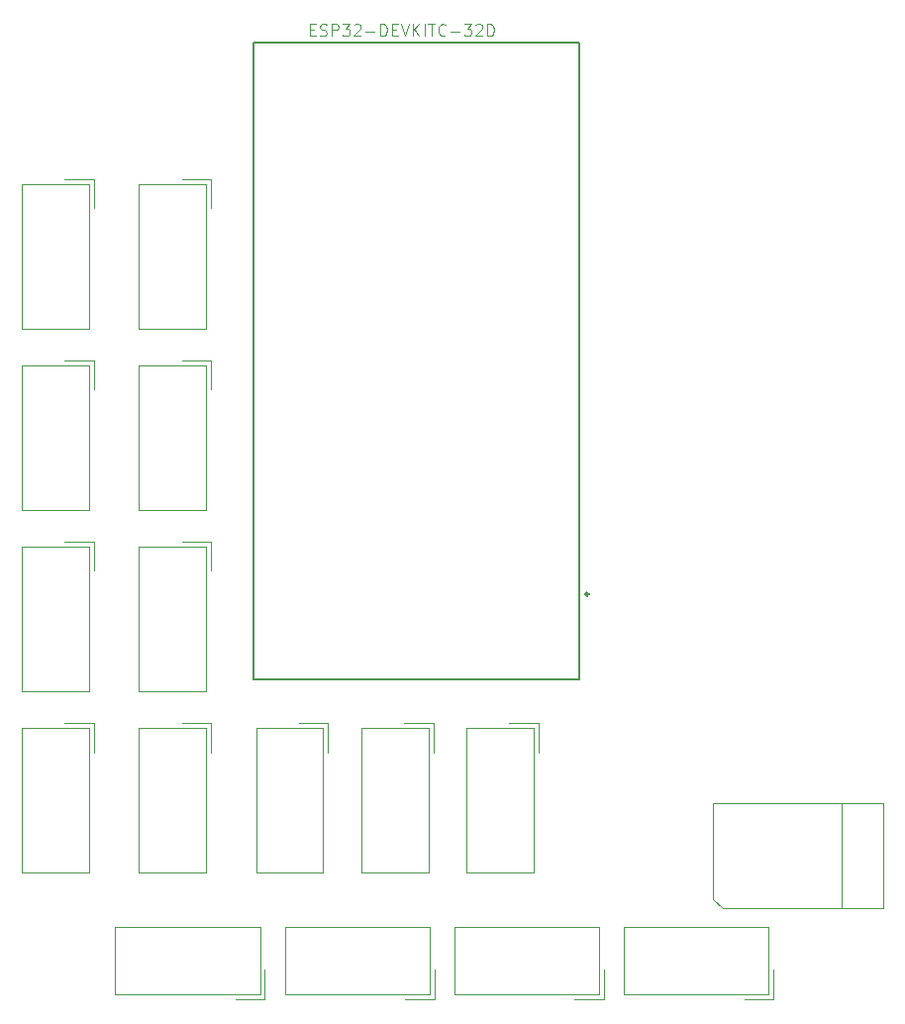
<source format=gbr>
G04 #@! TF.GenerationSoftware,KiCad,Pcbnew,(5.1.4)-1*
G04 #@! TF.CreationDate,2020-06-29T14:36:56+03:00*
G04 #@! TF.ProjectId,beehive,62656568-6976-4652-9e6b-696361645f70,rev?*
G04 #@! TF.SameCoordinates,Original*
G04 #@! TF.FileFunction,Other,Fab,Top*
%FSLAX46Y46*%
G04 Gerber Fmt 4.6, Leading zero omitted, Abs format (unit mm)*
G04 Created by KiCad (PCBNEW (5.1.4)-1) date 2020-06-29 14:36:56*
%MOMM*%
%LPD*%
G04 APERTURE LIST*
%ADD10C,0.280000*%
%ADD11C,0.127000*%
%ADD12C,0.100000*%
%ADD13C,0.015000*%
%ADD14C,0.150000*%
G04 APERTURE END LIST*
D10*
X185540000Y-109140000D02*
G75*
G03X185540000Y-109140000I-140000J0D01*
G01*
X185540000Y-109140000D02*
G75*
G03X185540000Y-109140000I-140000J0D01*
G01*
D11*
X184750000Y-61990000D02*
X184750000Y-116390000D01*
X156850000Y-61990000D02*
X184750000Y-61990000D01*
X156850000Y-116390000D02*
X156850000Y-61990000D01*
X184750000Y-116390000D02*
X156850000Y-116390000D01*
D12*
X143250000Y-89150000D02*
X140750000Y-89150000D01*
X143250000Y-91650000D02*
X143250000Y-89150000D01*
X142850000Y-101950000D02*
X142850000Y-89550000D01*
X137100000Y-101950000D02*
X142850000Y-101950000D01*
X137100000Y-89550000D02*
X137100000Y-101950000D01*
X142850000Y-89550000D02*
X137100000Y-89550000D01*
X153250000Y-73650000D02*
X150750000Y-73650000D01*
X153250000Y-76150000D02*
X153250000Y-73650000D01*
X152850000Y-86450000D02*
X152850000Y-74050000D01*
X147100000Y-86450000D02*
X152850000Y-86450000D01*
X147100000Y-74050000D02*
X147100000Y-86450000D01*
X152850000Y-74050000D02*
X147100000Y-74050000D01*
X143250000Y-73650000D02*
X140750000Y-73650000D01*
X143250000Y-76150000D02*
X143250000Y-73650000D01*
X142850000Y-86450000D02*
X142850000Y-74050000D01*
X137100000Y-86450000D02*
X142850000Y-86450000D01*
X137100000Y-74050000D02*
X137100000Y-86450000D01*
X142850000Y-74050000D02*
X137100000Y-74050000D01*
X143250000Y-104650000D02*
X140750000Y-104650000D01*
X143250000Y-107150000D02*
X143250000Y-104650000D01*
X142850000Y-117450000D02*
X142850000Y-105050000D01*
X137100000Y-117450000D02*
X142850000Y-117450000D01*
X137100000Y-105050000D02*
X137100000Y-117450000D01*
X142850000Y-105050000D02*
X137100000Y-105050000D01*
X186850000Y-143750000D02*
X186850000Y-141250000D01*
X184350000Y-143750000D02*
X186850000Y-143750000D01*
X174050000Y-143350000D02*
X186450000Y-143350000D01*
X174050000Y-137600000D02*
X174050000Y-143350000D01*
X186450000Y-137600000D02*
X174050000Y-137600000D01*
X186450000Y-143350000D02*
X186450000Y-137600000D01*
X157850000Y-143750000D02*
X157850000Y-141250000D01*
X155350000Y-143750000D02*
X157850000Y-143750000D01*
X145050000Y-143350000D02*
X157450000Y-143350000D01*
X145050000Y-137600000D02*
X145050000Y-143350000D01*
X157450000Y-137600000D02*
X145050000Y-137600000D01*
X157450000Y-143350000D02*
X157450000Y-137600000D01*
X200950000Y-143350000D02*
X200950000Y-137600000D01*
X200950000Y-137600000D02*
X188550000Y-137600000D01*
X188550000Y-137600000D02*
X188550000Y-143350000D01*
X188550000Y-143350000D02*
X200950000Y-143350000D01*
X198850000Y-143750000D02*
X201350000Y-143750000D01*
X201350000Y-143750000D02*
X201350000Y-141250000D01*
X172350000Y-143750000D02*
X172350000Y-141250000D01*
X169850000Y-143750000D02*
X172350000Y-143750000D01*
X159550000Y-143350000D02*
X171950000Y-143350000D01*
X159550000Y-137600000D02*
X159550000Y-143350000D01*
X171950000Y-137600000D02*
X159550000Y-137600000D01*
X171950000Y-143350000D02*
X171950000Y-137600000D01*
X181250000Y-120150000D02*
X178750000Y-120150000D01*
X181250000Y-122650000D02*
X181250000Y-120150000D01*
X180850000Y-132950000D02*
X180850000Y-120550000D01*
X175100000Y-132950000D02*
X180850000Y-132950000D01*
X175100000Y-120550000D02*
X175100000Y-132950000D01*
X180850000Y-120550000D02*
X175100000Y-120550000D01*
X172250000Y-120150000D02*
X169750000Y-120150000D01*
X172250000Y-122650000D02*
X172250000Y-120150000D01*
X171850000Y-132950000D02*
X171850000Y-120550000D01*
X166100000Y-132950000D02*
X171850000Y-132950000D01*
X166100000Y-120550000D02*
X166100000Y-132950000D01*
X171850000Y-120550000D02*
X166100000Y-120550000D01*
X163250000Y-120150000D02*
X160750000Y-120150000D01*
X163250000Y-122650000D02*
X163250000Y-120150000D01*
X162850000Y-132950000D02*
X162850000Y-120550000D01*
X157100000Y-132950000D02*
X162850000Y-132950000D01*
X157100000Y-120550000D02*
X157100000Y-132950000D01*
X162850000Y-120550000D02*
X157100000Y-120550000D01*
X153250000Y-120150000D02*
X150750000Y-120150000D01*
X153250000Y-122650000D02*
X153250000Y-120150000D01*
X152850000Y-132950000D02*
X152850000Y-120550000D01*
X147100000Y-132950000D02*
X152850000Y-132950000D01*
X147100000Y-120550000D02*
X147100000Y-132950000D01*
X152850000Y-120550000D02*
X147100000Y-120550000D01*
X143250000Y-120150000D02*
X140750000Y-120150000D01*
X143250000Y-122650000D02*
X143250000Y-120150000D01*
X142850000Y-132950000D02*
X142850000Y-120550000D01*
X137100000Y-132950000D02*
X142850000Y-132950000D01*
X137100000Y-120550000D02*
X137100000Y-132950000D01*
X142850000Y-120550000D02*
X137100000Y-120550000D01*
X153250000Y-104650000D02*
X150750000Y-104650000D01*
X153250000Y-107150000D02*
X153250000Y-104650000D01*
X152850000Y-117450000D02*
X152850000Y-105050000D01*
X147100000Y-117450000D02*
X152850000Y-117450000D01*
X147100000Y-105050000D02*
X147100000Y-117450000D01*
X152850000Y-105050000D02*
X147100000Y-105050000D01*
X153250000Y-89150000D02*
X150750000Y-89150000D01*
X153250000Y-91650000D02*
X153250000Y-89150000D01*
X152850000Y-101950000D02*
X152850000Y-89550000D01*
X147100000Y-101950000D02*
X152850000Y-101950000D01*
X147100000Y-89550000D02*
X147100000Y-101950000D01*
X152850000Y-89550000D02*
X147100000Y-89550000D01*
X197000000Y-136000000D02*
X210700000Y-136000000D01*
X196200000Y-127000000D02*
X196200000Y-135250000D01*
X210700000Y-127000000D02*
X196200000Y-127000000D01*
X210700000Y-136000000D02*
X210700000Y-127000000D01*
X207200000Y-136000000D02*
X207200000Y-127000000D01*
X197003213Y-136005425D02*
X196200000Y-135250000D01*
D13*
X161717105Y-60873961D02*
X162050787Y-60873961D01*
X162193794Y-61398319D02*
X161717105Y-61398319D01*
X161717105Y-60397272D01*
X162193794Y-60397272D01*
X162575145Y-61350650D02*
X162718152Y-61398319D01*
X162956496Y-61398319D01*
X163051834Y-61350650D01*
X163099503Y-61302981D01*
X163147172Y-61207643D01*
X163147172Y-61112306D01*
X163099503Y-61016968D01*
X163051834Y-60969299D01*
X162956496Y-60921630D01*
X162765821Y-60873961D01*
X162670483Y-60826292D01*
X162622814Y-60778623D01*
X162575145Y-60683286D01*
X162575145Y-60587948D01*
X162622814Y-60492610D01*
X162670483Y-60444941D01*
X162765821Y-60397272D01*
X163004165Y-60397272D01*
X163147172Y-60444941D01*
X163576192Y-61398319D02*
X163576192Y-60397272D01*
X163957543Y-60397272D01*
X164052881Y-60444941D01*
X164100550Y-60492610D01*
X164148219Y-60587948D01*
X164148219Y-60730954D01*
X164100550Y-60826292D01*
X164052881Y-60873961D01*
X163957543Y-60921630D01*
X163576192Y-60921630D01*
X164481901Y-60397272D02*
X165101597Y-60397272D01*
X164767915Y-60778623D01*
X164910921Y-60778623D01*
X165006259Y-60826292D01*
X165053928Y-60873961D01*
X165101597Y-60969299D01*
X165101597Y-61207643D01*
X165053928Y-61302981D01*
X165006259Y-61350650D01*
X164910921Y-61398319D01*
X164624908Y-61398319D01*
X164529570Y-61350650D01*
X164481901Y-61302981D01*
X165482948Y-60492610D02*
X165530617Y-60444941D01*
X165625955Y-60397272D01*
X165864299Y-60397272D01*
X165959637Y-60444941D01*
X166007306Y-60492610D01*
X166054975Y-60587948D01*
X166054975Y-60683286D01*
X166007306Y-60826292D01*
X165435279Y-61398319D01*
X166054975Y-61398319D01*
X166483995Y-61016968D02*
X167246698Y-61016968D01*
X167723387Y-61398319D02*
X167723387Y-60397272D01*
X167961731Y-60397272D01*
X168104738Y-60444941D01*
X168200076Y-60540279D01*
X168247745Y-60635617D01*
X168295414Y-60826292D01*
X168295414Y-60969299D01*
X168247745Y-61159975D01*
X168200076Y-61255312D01*
X168104738Y-61350650D01*
X167961731Y-61398319D01*
X167723387Y-61398319D01*
X168724434Y-60873961D02*
X169058116Y-60873961D01*
X169201123Y-61398319D02*
X168724434Y-61398319D01*
X168724434Y-60397272D01*
X169201123Y-60397272D01*
X169487136Y-60397272D02*
X169820818Y-61398319D01*
X170154501Y-60397272D01*
X170488183Y-61398319D02*
X170488183Y-60397272D01*
X171060210Y-61398319D02*
X170631190Y-60826292D01*
X171060210Y-60397272D02*
X170488183Y-60969299D01*
X171489230Y-61398319D02*
X171489230Y-60397272D01*
X171822912Y-60397272D02*
X172394939Y-60397272D01*
X172108926Y-61398319D02*
X172108926Y-60397272D01*
X173300649Y-61302981D02*
X173252980Y-61350650D01*
X173109973Y-61398319D01*
X173014635Y-61398319D01*
X172871628Y-61350650D01*
X172776291Y-61255312D01*
X172728622Y-61159975D01*
X172680953Y-60969299D01*
X172680953Y-60826292D01*
X172728622Y-60635617D01*
X172776291Y-60540279D01*
X172871628Y-60444941D01*
X173014635Y-60397272D01*
X173109973Y-60397272D01*
X173252980Y-60444941D01*
X173300649Y-60492610D01*
X173729669Y-61016968D02*
X174492371Y-61016968D01*
X174873722Y-60397272D02*
X175493418Y-60397272D01*
X175159736Y-60778623D01*
X175302743Y-60778623D01*
X175398080Y-60826292D01*
X175445749Y-60873961D01*
X175493418Y-60969299D01*
X175493418Y-61207643D01*
X175445749Y-61302981D01*
X175398080Y-61350650D01*
X175302743Y-61398319D01*
X175016729Y-61398319D01*
X174921391Y-61350650D01*
X174873722Y-61302981D01*
X175874769Y-60492610D02*
X175922438Y-60444941D01*
X176017776Y-60397272D01*
X176256121Y-60397272D01*
X176351458Y-60444941D01*
X176399127Y-60492610D01*
X176446796Y-60587948D01*
X176446796Y-60683286D01*
X176399127Y-60826292D01*
X175827100Y-61398319D01*
X176446796Y-61398319D01*
X176875816Y-61398319D02*
X176875816Y-60397272D01*
X177114161Y-60397272D01*
X177257168Y-60444941D01*
X177352505Y-60540279D01*
X177400174Y-60635617D01*
X177447843Y-60826292D01*
X177447843Y-60969299D01*
X177400174Y-61159975D01*
X177352505Y-61255312D01*
X177257168Y-61350650D01*
X177114161Y-61398319D01*
X176875816Y-61398319D01*
D14*
M02*

</source>
